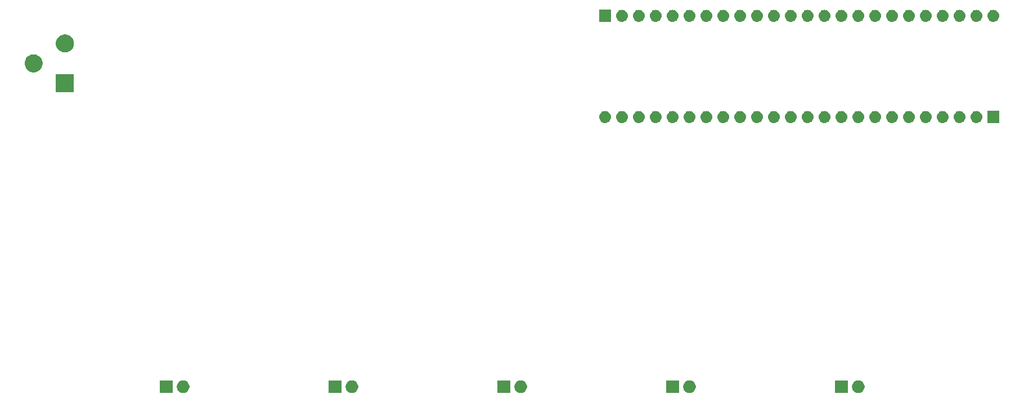
<source format=gbs>
G04 #@! TF.GenerationSoftware,KiCad,Pcbnew,(5.1.2-1)-1*
G04 #@! TF.CreationDate,2019-05-07T23:35:07-07:00*
G04 #@! TF.ProjectId,control_board,636f6e74-726f-46c5-9f62-6f6172642e6b,rev?*
G04 #@! TF.SameCoordinates,Original*
G04 #@! TF.FileFunction,Soldermask,Bot*
G04 #@! TF.FilePolarity,Negative*
%FSLAX46Y46*%
G04 Gerber Fmt 4.6, Leading zero omitted, Abs format (unit mm)*
G04 Created by KiCad (PCBNEW (5.1.2-1)-1) date 2019-05-07 23:35:07*
%MOMM*%
%LPD*%
G04 APERTURE LIST*
%ADD10C,0.100000*%
G04 APERTURE END LIST*
D10*
G36*
X202207395Y-109575546D02*
G01*
X202380466Y-109647234D01*
X202380467Y-109647235D01*
X202536227Y-109751310D01*
X202668690Y-109883773D01*
X202668691Y-109883775D01*
X202772766Y-110039534D01*
X202844454Y-110212605D01*
X202881000Y-110396333D01*
X202881000Y-110583667D01*
X202844454Y-110767395D01*
X202772766Y-110940466D01*
X202772765Y-110940467D01*
X202668690Y-111096227D01*
X202536227Y-111228690D01*
X202457818Y-111281081D01*
X202380466Y-111332766D01*
X202207395Y-111404454D01*
X202023667Y-111441000D01*
X201836333Y-111441000D01*
X201652605Y-111404454D01*
X201479534Y-111332766D01*
X201402182Y-111281081D01*
X201323773Y-111228690D01*
X201191310Y-111096227D01*
X201087235Y-110940467D01*
X201087234Y-110940466D01*
X201015546Y-110767395D01*
X200979000Y-110583667D01*
X200979000Y-110396333D01*
X201015546Y-110212605D01*
X201087234Y-110039534D01*
X201191309Y-109883775D01*
X201191310Y-109883773D01*
X201323773Y-109751310D01*
X201479533Y-109647235D01*
X201479534Y-109647234D01*
X201652605Y-109575546D01*
X201836333Y-109539000D01*
X202023667Y-109539000D01*
X202207395Y-109575546D01*
X202207395Y-109575546D01*
G37*
G36*
X200341000Y-111441000D02*
G01*
X198439000Y-111441000D01*
X198439000Y-109539000D01*
X200341000Y-109539000D01*
X200341000Y-111441000D01*
X200341000Y-111441000D01*
G37*
G36*
X176807395Y-109575546D02*
G01*
X176980466Y-109647234D01*
X176980467Y-109647235D01*
X177136227Y-109751310D01*
X177268690Y-109883773D01*
X177268691Y-109883775D01*
X177372766Y-110039534D01*
X177444454Y-110212605D01*
X177481000Y-110396333D01*
X177481000Y-110583667D01*
X177444454Y-110767395D01*
X177372766Y-110940466D01*
X177372765Y-110940467D01*
X177268690Y-111096227D01*
X177136227Y-111228690D01*
X177057818Y-111281081D01*
X176980466Y-111332766D01*
X176807395Y-111404454D01*
X176623667Y-111441000D01*
X176436333Y-111441000D01*
X176252605Y-111404454D01*
X176079534Y-111332766D01*
X176002182Y-111281081D01*
X175923773Y-111228690D01*
X175791310Y-111096227D01*
X175687235Y-110940467D01*
X175687234Y-110940466D01*
X175615546Y-110767395D01*
X175579000Y-110583667D01*
X175579000Y-110396333D01*
X175615546Y-110212605D01*
X175687234Y-110039534D01*
X175791309Y-109883775D01*
X175791310Y-109883773D01*
X175923773Y-109751310D01*
X176079533Y-109647235D01*
X176079534Y-109647234D01*
X176252605Y-109575546D01*
X176436333Y-109539000D01*
X176623667Y-109539000D01*
X176807395Y-109575546D01*
X176807395Y-109575546D01*
G37*
G36*
X174941000Y-111441000D02*
G01*
X173039000Y-111441000D01*
X173039000Y-109539000D01*
X174941000Y-109539000D01*
X174941000Y-111441000D01*
X174941000Y-111441000D01*
G37*
G36*
X151407395Y-109575546D02*
G01*
X151580466Y-109647234D01*
X151580467Y-109647235D01*
X151736227Y-109751310D01*
X151868690Y-109883773D01*
X151868691Y-109883775D01*
X151972766Y-110039534D01*
X152044454Y-110212605D01*
X152081000Y-110396333D01*
X152081000Y-110583667D01*
X152044454Y-110767395D01*
X151972766Y-110940466D01*
X151972765Y-110940467D01*
X151868690Y-111096227D01*
X151736227Y-111228690D01*
X151657818Y-111281081D01*
X151580466Y-111332766D01*
X151407395Y-111404454D01*
X151223667Y-111441000D01*
X151036333Y-111441000D01*
X150852605Y-111404454D01*
X150679534Y-111332766D01*
X150602182Y-111281081D01*
X150523773Y-111228690D01*
X150391310Y-111096227D01*
X150287235Y-110940467D01*
X150287234Y-110940466D01*
X150215546Y-110767395D01*
X150179000Y-110583667D01*
X150179000Y-110396333D01*
X150215546Y-110212605D01*
X150287234Y-110039534D01*
X150391309Y-109883775D01*
X150391310Y-109883773D01*
X150523773Y-109751310D01*
X150679533Y-109647235D01*
X150679534Y-109647234D01*
X150852605Y-109575546D01*
X151036333Y-109539000D01*
X151223667Y-109539000D01*
X151407395Y-109575546D01*
X151407395Y-109575546D01*
G37*
G36*
X149541000Y-111441000D02*
G01*
X147639000Y-111441000D01*
X147639000Y-109539000D01*
X149541000Y-109539000D01*
X149541000Y-111441000D01*
X149541000Y-111441000D01*
G37*
G36*
X126007395Y-109575546D02*
G01*
X126180466Y-109647234D01*
X126180467Y-109647235D01*
X126336227Y-109751310D01*
X126468690Y-109883773D01*
X126468691Y-109883775D01*
X126572766Y-110039534D01*
X126644454Y-110212605D01*
X126681000Y-110396333D01*
X126681000Y-110583667D01*
X126644454Y-110767395D01*
X126572766Y-110940466D01*
X126572765Y-110940467D01*
X126468690Y-111096227D01*
X126336227Y-111228690D01*
X126257818Y-111281081D01*
X126180466Y-111332766D01*
X126007395Y-111404454D01*
X125823667Y-111441000D01*
X125636333Y-111441000D01*
X125452605Y-111404454D01*
X125279534Y-111332766D01*
X125202182Y-111281081D01*
X125123773Y-111228690D01*
X124991310Y-111096227D01*
X124887235Y-110940467D01*
X124887234Y-110940466D01*
X124815546Y-110767395D01*
X124779000Y-110583667D01*
X124779000Y-110396333D01*
X124815546Y-110212605D01*
X124887234Y-110039534D01*
X124991309Y-109883775D01*
X124991310Y-109883773D01*
X125123773Y-109751310D01*
X125279533Y-109647235D01*
X125279534Y-109647234D01*
X125452605Y-109575546D01*
X125636333Y-109539000D01*
X125823667Y-109539000D01*
X126007395Y-109575546D01*
X126007395Y-109575546D01*
G37*
G36*
X124141000Y-111441000D02*
G01*
X122239000Y-111441000D01*
X122239000Y-109539000D01*
X124141000Y-109539000D01*
X124141000Y-111441000D01*
X124141000Y-111441000D01*
G37*
G36*
X100607395Y-109575546D02*
G01*
X100780466Y-109647234D01*
X100780467Y-109647235D01*
X100936227Y-109751310D01*
X101068690Y-109883773D01*
X101068691Y-109883775D01*
X101172766Y-110039534D01*
X101244454Y-110212605D01*
X101281000Y-110396333D01*
X101281000Y-110583667D01*
X101244454Y-110767395D01*
X101172766Y-110940466D01*
X101172765Y-110940467D01*
X101068690Y-111096227D01*
X100936227Y-111228690D01*
X100857818Y-111281081D01*
X100780466Y-111332766D01*
X100607395Y-111404454D01*
X100423667Y-111441000D01*
X100236333Y-111441000D01*
X100052605Y-111404454D01*
X99879534Y-111332766D01*
X99802182Y-111281081D01*
X99723773Y-111228690D01*
X99591310Y-111096227D01*
X99487235Y-110940467D01*
X99487234Y-110940466D01*
X99415546Y-110767395D01*
X99379000Y-110583667D01*
X99379000Y-110396333D01*
X99415546Y-110212605D01*
X99487234Y-110039534D01*
X99591309Y-109883775D01*
X99591310Y-109883773D01*
X99723773Y-109751310D01*
X99879533Y-109647235D01*
X99879534Y-109647234D01*
X100052605Y-109575546D01*
X100236333Y-109539000D01*
X100423667Y-109539000D01*
X100607395Y-109575546D01*
X100607395Y-109575546D01*
G37*
G36*
X98741000Y-111441000D02*
G01*
X96839000Y-111441000D01*
X96839000Y-109539000D01*
X98741000Y-109539000D01*
X98741000Y-111441000D01*
X98741000Y-111441000D01*
G37*
G36*
X196960443Y-68955519D02*
G01*
X197026627Y-68962037D01*
X197196466Y-69013557D01*
X197352991Y-69097222D01*
X197388729Y-69126552D01*
X197490186Y-69209814D01*
X197573448Y-69311271D01*
X197602778Y-69347009D01*
X197686443Y-69503534D01*
X197737963Y-69673373D01*
X197755359Y-69850000D01*
X197737963Y-70026627D01*
X197686443Y-70196466D01*
X197602778Y-70352991D01*
X197573448Y-70388729D01*
X197490186Y-70490186D01*
X197388729Y-70573448D01*
X197352991Y-70602778D01*
X197196466Y-70686443D01*
X197026627Y-70737963D01*
X196960443Y-70744481D01*
X196894260Y-70751000D01*
X196805740Y-70751000D01*
X196739557Y-70744481D01*
X196673373Y-70737963D01*
X196503534Y-70686443D01*
X196347009Y-70602778D01*
X196311271Y-70573448D01*
X196209814Y-70490186D01*
X196126552Y-70388729D01*
X196097222Y-70352991D01*
X196013557Y-70196466D01*
X195962037Y-70026627D01*
X195944641Y-69850000D01*
X195962037Y-69673373D01*
X196013557Y-69503534D01*
X196097222Y-69347009D01*
X196126552Y-69311271D01*
X196209814Y-69209814D01*
X196311271Y-69126552D01*
X196347009Y-69097222D01*
X196503534Y-69013557D01*
X196673373Y-68962037D01*
X196739557Y-68955519D01*
X196805740Y-68949000D01*
X196894260Y-68949000D01*
X196960443Y-68955519D01*
X196960443Y-68955519D01*
G37*
G36*
X194420443Y-68955519D02*
G01*
X194486627Y-68962037D01*
X194656466Y-69013557D01*
X194812991Y-69097222D01*
X194848729Y-69126552D01*
X194950186Y-69209814D01*
X195033448Y-69311271D01*
X195062778Y-69347009D01*
X195146443Y-69503534D01*
X195197963Y-69673373D01*
X195215359Y-69850000D01*
X195197963Y-70026627D01*
X195146443Y-70196466D01*
X195062778Y-70352991D01*
X195033448Y-70388729D01*
X194950186Y-70490186D01*
X194848729Y-70573448D01*
X194812991Y-70602778D01*
X194656466Y-70686443D01*
X194486627Y-70737963D01*
X194420443Y-70744481D01*
X194354260Y-70751000D01*
X194265740Y-70751000D01*
X194199557Y-70744481D01*
X194133373Y-70737963D01*
X193963534Y-70686443D01*
X193807009Y-70602778D01*
X193771271Y-70573448D01*
X193669814Y-70490186D01*
X193586552Y-70388729D01*
X193557222Y-70352991D01*
X193473557Y-70196466D01*
X193422037Y-70026627D01*
X193404641Y-69850000D01*
X193422037Y-69673373D01*
X193473557Y-69503534D01*
X193557222Y-69347009D01*
X193586552Y-69311271D01*
X193669814Y-69209814D01*
X193771271Y-69126552D01*
X193807009Y-69097222D01*
X193963534Y-69013557D01*
X194133373Y-68962037D01*
X194199557Y-68955519D01*
X194265740Y-68949000D01*
X194354260Y-68949000D01*
X194420443Y-68955519D01*
X194420443Y-68955519D01*
G37*
G36*
X191880443Y-68955519D02*
G01*
X191946627Y-68962037D01*
X192116466Y-69013557D01*
X192272991Y-69097222D01*
X192308729Y-69126552D01*
X192410186Y-69209814D01*
X192493448Y-69311271D01*
X192522778Y-69347009D01*
X192606443Y-69503534D01*
X192657963Y-69673373D01*
X192675359Y-69850000D01*
X192657963Y-70026627D01*
X192606443Y-70196466D01*
X192522778Y-70352991D01*
X192493448Y-70388729D01*
X192410186Y-70490186D01*
X192308729Y-70573448D01*
X192272991Y-70602778D01*
X192116466Y-70686443D01*
X191946627Y-70737963D01*
X191880443Y-70744481D01*
X191814260Y-70751000D01*
X191725740Y-70751000D01*
X191659557Y-70744481D01*
X191593373Y-70737963D01*
X191423534Y-70686443D01*
X191267009Y-70602778D01*
X191231271Y-70573448D01*
X191129814Y-70490186D01*
X191046552Y-70388729D01*
X191017222Y-70352991D01*
X190933557Y-70196466D01*
X190882037Y-70026627D01*
X190864641Y-69850000D01*
X190882037Y-69673373D01*
X190933557Y-69503534D01*
X191017222Y-69347009D01*
X191046552Y-69311271D01*
X191129814Y-69209814D01*
X191231271Y-69126552D01*
X191267009Y-69097222D01*
X191423534Y-69013557D01*
X191593373Y-68962037D01*
X191659557Y-68955519D01*
X191725740Y-68949000D01*
X191814260Y-68949000D01*
X191880443Y-68955519D01*
X191880443Y-68955519D01*
G37*
G36*
X189340443Y-68955519D02*
G01*
X189406627Y-68962037D01*
X189576466Y-69013557D01*
X189732991Y-69097222D01*
X189768729Y-69126552D01*
X189870186Y-69209814D01*
X189953448Y-69311271D01*
X189982778Y-69347009D01*
X190066443Y-69503534D01*
X190117963Y-69673373D01*
X190135359Y-69850000D01*
X190117963Y-70026627D01*
X190066443Y-70196466D01*
X189982778Y-70352991D01*
X189953448Y-70388729D01*
X189870186Y-70490186D01*
X189768729Y-70573448D01*
X189732991Y-70602778D01*
X189576466Y-70686443D01*
X189406627Y-70737963D01*
X189340443Y-70744481D01*
X189274260Y-70751000D01*
X189185740Y-70751000D01*
X189119557Y-70744481D01*
X189053373Y-70737963D01*
X188883534Y-70686443D01*
X188727009Y-70602778D01*
X188691271Y-70573448D01*
X188589814Y-70490186D01*
X188506552Y-70388729D01*
X188477222Y-70352991D01*
X188393557Y-70196466D01*
X188342037Y-70026627D01*
X188324641Y-69850000D01*
X188342037Y-69673373D01*
X188393557Y-69503534D01*
X188477222Y-69347009D01*
X188506552Y-69311271D01*
X188589814Y-69209814D01*
X188691271Y-69126552D01*
X188727009Y-69097222D01*
X188883534Y-69013557D01*
X189053373Y-68962037D01*
X189119557Y-68955519D01*
X189185740Y-68949000D01*
X189274260Y-68949000D01*
X189340443Y-68955519D01*
X189340443Y-68955519D01*
G37*
G36*
X186800443Y-68955519D02*
G01*
X186866627Y-68962037D01*
X187036466Y-69013557D01*
X187192991Y-69097222D01*
X187228729Y-69126552D01*
X187330186Y-69209814D01*
X187413448Y-69311271D01*
X187442778Y-69347009D01*
X187526443Y-69503534D01*
X187577963Y-69673373D01*
X187595359Y-69850000D01*
X187577963Y-70026627D01*
X187526443Y-70196466D01*
X187442778Y-70352991D01*
X187413448Y-70388729D01*
X187330186Y-70490186D01*
X187228729Y-70573448D01*
X187192991Y-70602778D01*
X187036466Y-70686443D01*
X186866627Y-70737963D01*
X186800443Y-70744481D01*
X186734260Y-70751000D01*
X186645740Y-70751000D01*
X186579557Y-70744481D01*
X186513373Y-70737963D01*
X186343534Y-70686443D01*
X186187009Y-70602778D01*
X186151271Y-70573448D01*
X186049814Y-70490186D01*
X185966552Y-70388729D01*
X185937222Y-70352991D01*
X185853557Y-70196466D01*
X185802037Y-70026627D01*
X185784641Y-69850000D01*
X185802037Y-69673373D01*
X185853557Y-69503534D01*
X185937222Y-69347009D01*
X185966552Y-69311271D01*
X186049814Y-69209814D01*
X186151271Y-69126552D01*
X186187009Y-69097222D01*
X186343534Y-69013557D01*
X186513373Y-68962037D01*
X186579557Y-68955519D01*
X186645740Y-68949000D01*
X186734260Y-68949000D01*
X186800443Y-68955519D01*
X186800443Y-68955519D01*
G37*
G36*
X184260443Y-68955519D02*
G01*
X184326627Y-68962037D01*
X184496466Y-69013557D01*
X184652991Y-69097222D01*
X184688729Y-69126552D01*
X184790186Y-69209814D01*
X184873448Y-69311271D01*
X184902778Y-69347009D01*
X184986443Y-69503534D01*
X185037963Y-69673373D01*
X185055359Y-69850000D01*
X185037963Y-70026627D01*
X184986443Y-70196466D01*
X184902778Y-70352991D01*
X184873448Y-70388729D01*
X184790186Y-70490186D01*
X184688729Y-70573448D01*
X184652991Y-70602778D01*
X184496466Y-70686443D01*
X184326627Y-70737963D01*
X184260443Y-70744481D01*
X184194260Y-70751000D01*
X184105740Y-70751000D01*
X184039557Y-70744481D01*
X183973373Y-70737963D01*
X183803534Y-70686443D01*
X183647009Y-70602778D01*
X183611271Y-70573448D01*
X183509814Y-70490186D01*
X183426552Y-70388729D01*
X183397222Y-70352991D01*
X183313557Y-70196466D01*
X183262037Y-70026627D01*
X183244641Y-69850000D01*
X183262037Y-69673373D01*
X183313557Y-69503534D01*
X183397222Y-69347009D01*
X183426552Y-69311271D01*
X183509814Y-69209814D01*
X183611271Y-69126552D01*
X183647009Y-69097222D01*
X183803534Y-69013557D01*
X183973373Y-68962037D01*
X184039557Y-68955519D01*
X184105740Y-68949000D01*
X184194260Y-68949000D01*
X184260443Y-68955519D01*
X184260443Y-68955519D01*
G37*
G36*
X181720443Y-68955519D02*
G01*
X181786627Y-68962037D01*
X181956466Y-69013557D01*
X182112991Y-69097222D01*
X182148729Y-69126552D01*
X182250186Y-69209814D01*
X182333448Y-69311271D01*
X182362778Y-69347009D01*
X182446443Y-69503534D01*
X182497963Y-69673373D01*
X182515359Y-69850000D01*
X182497963Y-70026627D01*
X182446443Y-70196466D01*
X182362778Y-70352991D01*
X182333448Y-70388729D01*
X182250186Y-70490186D01*
X182148729Y-70573448D01*
X182112991Y-70602778D01*
X181956466Y-70686443D01*
X181786627Y-70737963D01*
X181720443Y-70744481D01*
X181654260Y-70751000D01*
X181565740Y-70751000D01*
X181499557Y-70744481D01*
X181433373Y-70737963D01*
X181263534Y-70686443D01*
X181107009Y-70602778D01*
X181071271Y-70573448D01*
X180969814Y-70490186D01*
X180886552Y-70388729D01*
X180857222Y-70352991D01*
X180773557Y-70196466D01*
X180722037Y-70026627D01*
X180704641Y-69850000D01*
X180722037Y-69673373D01*
X180773557Y-69503534D01*
X180857222Y-69347009D01*
X180886552Y-69311271D01*
X180969814Y-69209814D01*
X181071271Y-69126552D01*
X181107009Y-69097222D01*
X181263534Y-69013557D01*
X181433373Y-68962037D01*
X181499557Y-68955519D01*
X181565740Y-68949000D01*
X181654260Y-68949000D01*
X181720443Y-68955519D01*
X181720443Y-68955519D01*
G37*
G36*
X179180443Y-68955519D02*
G01*
X179246627Y-68962037D01*
X179416466Y-69013557D01*
X179572991Y-69097222D01*
X179608729Y-69126552D01*
X179710186Y-69209814D01*
X179793448Y-69311271D01*
X179822778Y-69347009D01*
X179906443Y-69503534D01*
X179957963Y-69673373D01*
X179975359Y-69850000D01*
X179957963Y-70026627D01*
X179906443Y-70196466D01*
X179822778Y-70352991D01*
X179793448Y-70388729D01*
X179710186Y-70490186D01*
X179608729Y-70573448D01*
X179572991Y-70602778D01*
X179416466Y-70686443D01*
X179246627Y-70737963D01*
X179180443Y-70744481D01*
X179114260Y-70751000D01*
X179025740Y-70751000D01*
X178959557Y-70744481D01*
X178893373Y-70737963D01*
X178723534Y-70686443D01*
X178567009Y-70602778D01*
X178531271Y-70573448D01*
X178429814Y-70490186D01*
X178346552Y-70388729D01*
X178317222Y-70352991D01*
X178233557Y-70196466D01*
X178182037Y-70026627D01*
X178164641Y-69850000D01*
X178182037Y-69673373D01*
X178233557Y-69503534D01*
X178317222Y-69347009D01*
X178346552Y-69311271D01*
X178429814Y-69209814D01*
X178531271Y-69126552D01*
X178567009Y-69097222D01*
X178723534Y-69013557D01*
X178893373Y-68962037D01*
X178959557Y-68955519D01*
X179025740Y-68949000D01*
X179114260Y-68949000D01*
X179180443Y-68955519D01*
X179180443Y-68955519D01*
G37*
G36*
X176640443Y-68955519D02*
G01*
X176706627Y-68962037D01*
X176876466Y-69013557D01*
X177032991Y-69097222D01*
X177068729Y-69126552D01*
X177170186Y-69209814D01*
X177253448Y-69311271D01*
X177282778Y-69347009D01*
X177366443Y-69503534D01*
X177417963Y-69673373D01*
X177435359Y-69850000D01*
X177417963Y-70026627D01*
X177366443Y-70196466D01*
X177282778Y-70352991D01*
X177253448Y-70388729D01*
X177170186Y-70490186D01*
X177068729Y-70573448D01*
X177032991Y-70602778D01*
X176876466Y-70686443D01*
X176706627Y-70737963D01*
X176640443Y-70744481D01*
X176574260Y-70751000D01*
X176485740Y-70751000D01*
X176419557Y-70744481D01*
X176353373Y-70737963D01*
X176183534Y-70686443D01*
X176027009Y-70602778D01*
X175991271Y-70573448D01*
X175889814Y-70490186D01*
X175806552Y-70388729D01*
X175777222Y-70352991D01*
X175693557Y-70196466D01*
X175642037Y-70026627D01*
X175624641Y-69850000D01*
X175642037Y-69673373D01*
X175693557Y-69503534D01*
X175777222Y-69347009D01*
X175806552Y-69311271D01*
X175889814Y-69209814D01*
X175991271Y-69126552D01*
X176027009Y-69097222D01*
X176183534Y-69013557D01*
X176353373Y-68962037D01*
X176419557Y-68955519D01*
X176485740Y-68949000D01*
X176574260Y-68949000D01*
X176640443Y-68955519D01*
X176640443Y-68955519D01*
G37*
G36*
X174100443Y-68955519D02*
G01*
X174166627Y-68962037D01*
X174336466Y-69013557D01*
X174492991Y-69097222D01*
X174528729Y-69126552D01*
X174630186Y-69209814D01*
X174713448Y-69311271D01*
X174742778Y-69347009D01*
X174826443Y-69503534D01*
X174877963Y-69673373D01*
X174895359Y-69850000D01*
X174877963Y-70026627D01*
X174826443Y-70196466D01*
X174742778Y-70352991D01*
X174713448Y-70388729D01*
X174630186Y-70490186D01*
X174528729Y-70573448D01*
X174492991Y-70602778D01*
X174336466Y-70686443D01*
X174166627Y-70737963D01*
X174100443Y-70744481D01*
X174034260Y-70751000D01*
X173945740Y-70751000D01*
X173879557Y-70744481D01*
X173813373Y-70737963D01*
X173643534Y-70686443D01*
X173487009Y-70602778D01*
X173451271Y-70573448D01*
X173349814Y-70490186D01*
X173266552Y-70388729D01*
X173237222Y-70352991D01*
X173153557Y-70196466D01*
X173102037Y-70026627D01*
X173084641Y-69850000D01*
X173102037Y-69673373D01*
X173153557Y-69503534D01*
X173237222Y-69347009D01*
X173266552Y-69311271D01*
X173349814Y-69209814D01*
X173451271Y-69126552D01*
X173487009Y-69097222D01*
X173643534Y-69013557D01*
X173813373Y-68962037D01*
X173879557Y-68955519D01*
X173945740Y-68949000D01*
X174034260Y-68949000D01*
X174100443Y-68955519D01*
X174100443Y-68955519D01*
G37*
G36*
X171560443Y-68955519D02*
G01*
X171626627Y-68962037D01*
X171796466Y-69013557D01*
X171952991Y-69097222D01*
X171988729Y-69126552D01*
X172090186Y-69209814D01*
X172173448Y-69311271D01*
X172202778Y-69347009D01*
X172286443Y-69503534D01*
X172337963Y-69673373D01*
X172355359Y-69850000D01*
X172337963Y-70026627D01*
X172286443Y-70196466D01*
X172202778Y-70352991D01*
X172173448Y-70388729D01*
X172090186Y-70490186D01*
X171988729Y-70573448D01*
X171952991Y-70602778D01*
X171796466Y-70686443D01*
X171626627Y-70737963D01*
X171560443Y-70744481D01*
X171494260Y-70751000D01*
X171405740Y-70751000D01*
X171339557Y-70744481D01*
X171273373Y-70737963D01*
X171103534Y-70686443D01*
X170947009Y-70602778D01*
X170911271Y-70573448D01*
X170809814Y-70490186D01*
X170726552Y-70388729D01*
X170697222Y-70352991D01*
X170613557Y-70196466D01*
X170562037Y-70026627D01*
X170544641Y-69850000D01*
X170562037Y-69673373D01*
X170613557Y-69503534D01*
X170697222Y-69347009D01*
X170726552Y-69311271D01*
X170809814Y-69209814D01*
X170911271Y-69126552D01*
X170947009Y-69097222D01*
X171103534Y-69013557D01*
X171273373Y-68962037D01*
X171339557Y-68955519D01*
X171405740Y-68949000D01*
X171494260Y-68949000D01*
X171560443Y-68955519D01*
X171560443Y-68955519D01*
G37*
G36*
X169020443Y-68955519D02*
G01*
X169086627Y-68962037D01*
X169256466Y-69013557D01*
X169412991Y-69097222D01*
X169448729Y-69126552D01*
X169550186Y-69209814D01*
X169633448Y-69311271D01*
X169662778Y-69347009D01*
X169746443Y-69503534D01*
X169797963Y-69673373D01*
X169815359Y-69850000D01*
X169797963Y-70026627D01*
X169746443Y-70196466D01*
X169662778Y-70352991D01*
X169633448Y-70388729D01*
X169550186Y-70490186D01*
X169448729Y-70573448D01*
X169412991Y-70602778D01*
X169256466Y-70686443D01*
X169086627Y-70737963D01*
X169020443Y-70744481D01*
X168954260Y-70751000D01*
X168865740Y-70751000D01*
X168799557Y-70744481D01*
X168733373Y-70737963D01*
X168563534Y-70686443D01*
X168407009Y-70602778D01*
X168371271Y-70573448D01*
X168269814Y-70490186D01*
X168186552Y-70388729D01*
X168157222Y-70352991D01*
X168073557Y-70196466D01*
X168022037Y-70026627D01*
X168004641Y-69850000D01*
X168022037Y-69673373D01*
X168073557Y-69503534D01*
X168157222Y-69347009D01*
X168186552Y-69311271D01*
X168269814Y-69209814D01*
X168371271Y-69126552D01*
X168407009Y-69097222D01*
X168563534Y-69013557D01*
X168733373Y-68962037D01*
X168799557Y-68955519D01*
X168865740Y-68949000D01*
X168954260Y-68949000D01*
X169020443Y-68955519D01*
X169020443Y-68955519D01*
G37*
G36*
X166480443Y-68955519D02*
G01*
X166546627Y-68962037D01*
X166716466Y-69013557D01*
X166872991Y-69097222D01*
X166908729Y-69126552D01*
X167010186Y-69209814D01*
X167093448Y-69311271D01*
X167122778Y-69347009D01*
X167206443Y-69503534D01*
X167257963Y-69673373D01*
X167275359Y-69850000D01*
X167257963Y-70026627D01*
X167206443Y-70196466D01*
X167122778Y-70352991D01*
X167093448Y-70388729D01*
X167010186Y-70490186D01*
X166908729Y-70573448D01*
X166872991Y-70602778D01*
X166716466Y-70686443D01*
X166546627Y-70737963D01*
X166480443Y-70744481D01*
X166414260Y-70751000D01*
X166325740Y-70751000D01*
X166259557Y-70744481D01*
X166193373Y-70737963D01*
X166023534Y-70686443D01*
X165867009Y-70602778D01*
X165831271Y-70573448D01*
X165729814Y-70490186D01*
X165646552Y-70388729D01*
X165617222Y-70352991D01*
X165533557Y-70196466D01*
X165482037Y-70026627D01*
X165464641Y-69850000D01*
X165482037Y-69673373D01*
X165533557Y-69503534D01*
X165617222Y-69347009D01*
X165646552Y-69311271D01*
X165729814Y-69209814D01*
X165831271Y-69126552D01*
X165867009Y-69097222D01*
X166023534Y-69013557D01*
X166193373Y-68962037D01*
X166259557Y-68955519D01*
X166325740Y-68949000D01*
X166414260Y-68949000D01*
X166480443Y-68955519D01*
X166480443Y-68955519D01*
G37*
G36*
X163940443Y-68955519D02*
G01*
X164006627Y-68962037D01*
X164176466Y-69013557D01*
X164332991Y-69097222D01*
X164368729Y-69126552D01*
X164470186Y-69209814D01*
X164553448Y-69311271D01*
X164582778Y-69347009D01*
X164666443Y-69503534D01*
X164717963Y-69673373D01*
X164735359Y-69850000D01*
X164717963Y-70026627D01*
X164666443Y-70196466D01*
X164582778Y-70352991D01*
X164553448Y-70388729D01*
X164470186Y-70490186D01*
X164368729Y-70573448D01*
X164332991Y-70602778D01*
X164176466Y-70686443D01*
X164006627Y-70737963D01*
X163940443Y-70744481D01*
X163874260Y-70751000D01*
X163785740Y-70751000D01*
X163719557Y-70744481D01*
X163653373Y-70737963D01*
X163483534Y-70686443D01*
X163327009Y-70602778D01*
X163291271Y-70573448D01*
X163189814Y-70490186D01*
X163106552Y-70388729D01*
X163077222Y-70352991D01*
X162993557Y-70196466D01*
X162942037Y-70026627D01*
X162924641Y-69850000D01*
X162942037Y-69673373D01*
X162993557Y-69503534D01*
X163077222Y-69347009D01*
X163106552Y-69311271D01*
X163189814Y-69209814D01*
X163291271Y-69126552D01*
X163327009Y-69097222D01*
X163483534Y-69013557D01*
X163653373Y-68962037D01*
X163719557Y-68955519D01*
X163785740Y-68949000D01*
X163874260Y-68949000D01*
X163940443Y-68955519D01*
X163940443Y-68955519D01*
G37*
G36*
X199500443Y-68955519D02*
G01*
X199566627Y-68962037D01*
X199736466Y-69013557D01*
X199892991Y-69097222D01*
X199928729Y-69126552D01*
X200030186Y-69209814D01*
X200113448Y-69311271D01*
X200142778Y-69347009D01*
X200226443Y-69503534D01*
X200277963Y-69673373D01*
X200295359Y-69850000D01*
X200277963Y-70026627D01*
X200226443Y-70196466D01*
X200142778Y-70352991D01*
X200113448Y-70388729D01*
X200030186Y-70490186D01*
X199928729Y-70573448D01*
X199892991Y-70602778D01*
X199736466Y-70686443D01*
X199566627Y-70737963D01*
X199500443Y-70744481D01*
X199434260Y-70751000D01*
X199345740Y-70751000D01*
X199279557Y-70744481D01*
X199213373Y-70737963D01*
X199043534Y-70686443D01*
X198887009Y-70602778D01*
X198851271Y-70573448D01*
X198749814Y-70490186D01*
X198666552Y-70388729D01*
X198637222Y-70352991D01*
X198553557Y-70196466D01*
X198502037Y-70026627D01*
X198484641Y-69850000D01*
X198502037Y-69673373D01*
X198553557Y-69503534D01*
X198637222Y-69347009D01*
X198666552Y-69311271D01*
X198749814Y-69209814D01*
X198851271Y-69126552D01*
X198887009Y-69097222D01*
X199043534Y-69013557D01*
X199213373Y-68962037D01*
X199279557Y-68955519D01*
X199345740Y-68949000D01*
X199434260Y-68949000D01*
X199500443Y-68955519D01*
X199500443Y-68955519D01*
G37*
G36*
X202040443Y-68955519D02*
G01*
X202106627Y-68962037D01*
X202276466Y-69013557D01*
X202432991Y-69097222D01*
X202468729Y-69126552D01*
X202570186Y-69209814D01*
X202653448Y-69311271D01*
X202682778Y-69347009D01*
X202766443Y-69503534D01*
X202817963Y-69673373D01*
X202835359Y-69850000D01*
X202817963Y-70026627D01*
X202766443Y-70196466D01*
X202682778Y-70352991D01*
X202653448Y-70388729D01*
X202570186Y-70490186D01*
X202468729Y-70573448D01*
X202432991Y-70602778D01*
X202276466Y-70686443D01*
X202106627Y-70737963D01*
X202040443Y-70744481D01*
X201974260Y-70751000D01*
X201885740Y-70751000D01*
X201819557Y-70744481D01*
X201753373Y-70737963D01*
X201583534Y-70686443D01*
X201427009Y-70602778D01*
X201391271Y-70573448D01*
X201289814Y-70490186D01*
X201206552Y-70388729D01*
X201177222Y-70352991D01*
X201093557Y-70196466D01*
X201042037Y-70026627D01*
X201024641Y-69850000D01*
X201042037Y-69673373D01*
X201093557Y-69503534D01*
X201177222Y-69347009D01*
X201206552Y-69311271D01*
X201289814Y-69209814D01*
X201391271Y-69126552D01*
X201427009Y-69097222D01*
X201583534Y-69013557D01*
X201753373Y-68962037D01*
X201819557Y-68955519D01*
X201885740Y-68949000D01*
X201974260Y-68949000D01*
X202040443Y-68955519D01*
X202040443Y-68955519D01*
G37*
G36*
X204580443Y-68955519D02*
G01*
X204646627Y-68962037D01*
X204816466Y-69013557D01*
X204972991Y-69097222D01*
X205008729Y-69126552D01*
X205110186Y-69209814D01*
X205193448Y-69311271D01*
X205222778Y-69347009D01*
X205306443Y-69503534D01*
X205357963Y-69673373D01*
X205375359Y-69850000D01*
X205357963Y-70026627D01*
X205306443Y-70196466D01*
X205222778Y-70352991D01*
X205193448Y-70388729D01*
X205110186Y-70490186D01*
X205008729Y-70573448D01*
X204972991Y-70602778D01*
X204816466Y-70686443D01*
X204646627Y-70737963D01*
X204580443Y-70744481D01*
X204514260Y-70751000D01*
X204425740Y-70751000D01*
X204359557Y-70744481D01*
X204293373Y-70737963D01*
X204123534Y-70686443D01*
X203967009Y-70602778D01*
X203931271Y-70573448D01*
X203829814Y-70490186D01*
X203746552Y-70388729D01*
X203717222Y-70352991D01*
X203633557Y-70196466D01*
X203582037Y-70026627D01*
X203564641Y-69850000D01*
X203582037Y-69673373D01*
X203633557Y-69503534D01*
X203717222Y-69347009D01*
X203746552Y-69311271D01*
X203829814Y-69209814D01*
X203931271Y-69126552D01*
X203967009Y-69097222D01*
X204123534Y-69013557D01*
X204293373Y-68962037D01*
X204359557Y-68955519D01*
X204425740Y-68949000D01*
X204514260Y-68949000D01*
X204580443Y-68955519D01*
X204580443Y-68955519D01*
G37*
G36*
X207120443Y-68955519D02*
G01*
X207186627Y-68962037D01*
X207356466Y-69013557D01*
X207512991Y-69097222D01*
X207548729Y-69126552D01*
X207650186Y-69209814D01*
X207733448Y-69311271D01*
X207762778Y-69347009D01*
X207846443Y-69503534D01*
X207897963Y-69673373D01*
X207915359Y-69850000D01*
X207897963Y-70026627D01*
X207846443Y-70196466D01*
X207762778Y-70352991D01*
X207733448Y-70388729D01*
X207650186Y-70490186D01*
X207548729Y-70573448D01*
X207512991Y-70602778D01*
X207356466Y-70686443D01*
X207186627Y-70737963D01*
X207120443Y-70744481D01*
X207054260Y-70751000D01*
X206965740Y-70751000D01*
X206899557Y-70744481D01*
X206833373Y-70737963D01*
X206663534Y-70686443D01*
X206507009Y-70602778D01*
X206471271Y-70573448D01*
X206369814Y-70490186D01*
X206286552Y-70388729D01*
X206257222Y-70352991D01*
X206173557Y-70196466D01*
X206122037Y-70026627D01*
X206104641Y-69850000D01*
X206122037Y-69673373D01*
X206173557Y-69503534D01*
X206257222Y-69347009D01*
X206286552Y-69311271D01*
X206369814Y-69209814D01*
X206471271Y-69126552D01*
X206507009Y-69097222D01*
X206663534Y-69013557D01*
X206833373Y-68962037D01*
X206899557Y-68955519D01*
X206965740Y-68949000D01*
X207054260Y-68949000D01*
X207120443Y-68955519D01*
X207120443Y-68955519D01*
G37*
G36*
X209660443Y-68955519D02*
G01*
X209726627Y-68962037D01*
X209896466Y-69013557D01*
X210052991Y-69097222D01*
X210088729Y-69126552D01*
X210190186Y-69209814D01*
X210273448Y-69311271D01*
X210302778Y-69347009D01*
X210386443Y-69503534D01*
X210437963Y-69673373D01*
X210455359Y-69850000D01*
X210437963Y-70026627D01*
X210386443Y-70196466D01*
X210302778Y-70352991D01*
X210273448Y-70388729D01*
X210190186Y-70490186D01*
X210088729Y-70573448D01*
X210052991Y-70602778D01*
X209896466Y-70686443D01*
X209726627Y-70737963D01*
X209660443Y-70744481D01*
X209594260Y-70751000D01*
X209505740Y-70751000D01*
X209439557Y-70744481D01*
X209373373Y-70737963D01*
X209203534Y-70686443D01*
X209047009Y-70602778D01*
X209011271Y-70573448D01*
X208909814Y-70490186D01*
X208826552Y-70388729D01*
X208797222Y-70352991D01*
X208713557Y-70196466D01*
X208662037Y-70026627D01*
X208644641Y-69850000D01*
X208662037Y-69673373D01*
X208713557Y-69503534D01*
X208797222Y-69347009D01*
X208826552Y-69311271D01*
X208909814Y-69209814D01*
X209011271Y-69126552D01*
X209047009Y-69097222D01*
X209203534Y-69013557D01*
X209373373Y-68962037D01*
X209439557Y-68955519D01*
X209505740Y-68949000D01*
X209594260Y-68949000D01*
X209660443Y-68955519D01*
X209660443Y-68955519D01*
G37*
G36*
X212200443Y-68955519D02*
G01*
X212266627Y-68962037D01*
X212436466Y-69013557D01*
X212592991Y-69097222D01*
X212628729Y-69126552D01*
X212730186Y-69209814D01*
X212813448Y-69311271D01*
X212842778Y-69347009D01*
X212926443Y-69503534D01*
X212977963Y-69673373D01*
X212995359Y-69850000D01*
X212977963Y-70026627D01*
X212926443Y-70196466D01*
X212842778Y-70352991D01*
X212813448Y-70388729D01*
X212730186Y-70490186D01*
X212628729Y-70573448D01*
X212592991Y-70602778D01*
X212436466Y-70686443D01*
X212266627Y-70737963D01*
X212200443Y-70744481D01*
X212134260Y-70751000D01*
X212045740Y-70751000D01*
X211979557Y-70744481D01*
X211913373Y-70737963D01*
X211743534Y-70686443D01*
X211587009Y-70602778D01*
X211551271Y-70573448D01*
X211449814Y-70490186D01*
X211366552Y-70388729D01*
X211337222Y-70352991D01*
X211253557Y-70196466D01*
X211202037Y-70026627D01*
X211184641Y-69850000D01*
X211202037Y-69673373D01*
X211253557Y-69503534D01*
X211337222Y-69347009D01*
X211366552Y-69311271D01*
X211449814Y-69209814D01*
X211551271Y-69126552D01*
X211587009Y-69097222D01*
X211743534Y-69013557D01*
X211913373Y-68962037D01*
X211979557Y-68955519D01*
X212045740Y-68949000D01*
X212134260Y-68949000D01*
X212200443Y-68955519D01*
X212200443Y-68955519D01*
G37*
G36*
X214740443Y-68955519D02*
G01*
X214806627Y-68962037D01*
X214976466Y-69013557D01*
X215132991Y-69097222D01*
X215168729Y-69126552D01*
X215270186Y-69209814D01*
X215353448Y-69311271D01*
X215382778Y-69347009D01*
X215466443Y-69503534D01*
X215517963Y-69673373D01*
X215535359Y-69850000D01*
X215517963Y-70026627D01*
X215466443Y-70196466D01*
X215382778Y-70352991D01*
X215353448Y-70388729D01*
X215270186Y-70490186D01*
X215168729Y-70573448D01*
X215132991Y-70602778D01*
X214976466Y-70686443D01*
X214806627Y-70737963D01*
X214740443Y-70744481D01*
X214674260Y-70751000D01*
X214585740Y-70751000D01*
X214519557Y-70744481D01*
X214453373Y-70737963D01*
X214283534Y-70686443D01*
X214127009Y-70602778D01*
X214091271Y-70573448D01*
X213989814Y-70490186D01*
X213906552Y-70388729D01*
X213877222Y-70352991D01*
X213793557Y-70196466D01*
X213742037Y-70026627D01*
X213724641Y-69850000D01*
X213742037Y-69673373D01*
X213793557Y-69503534D01*
X213877222Y-69347009D01*
X213906552Y-69311271D01*
X213989814Y-69209814D01*
X214091271Y-69126552D01*
X214127009Y-69097222D01*
X214283534Y-69013557D01*
X214453373Y-68962037D01*
X214519557Y-68955519D01*
X214585740Y-68949000D01*
X214674260Y-68949000D01*
X214740443Y-68955519D01*
X214740443Y-68955519D01*
G37*
G36*
X217280443Y-68955519D02*
G01*
X217346627Y-68962037D01*
X217516466Y-69013557D01*
X217672991Y-69097222D01*
X217708729Y-69126552D01*
X217810186Y-69209814D01*
X217893448Y-69311271D01*
X217922778Y-69347009D01*
X218006443Y-69503534D01*
X218057963Y-69673373D01*
X218075359Y-69850000D01*
X218057963Y-70026627D01*
X218006443Y-70196466D01*
X217922778Y-70352991D01*
X217893448Y-70388729D01*
X217810186Y-70490186D01*
X217708729Y-70573448D01*
X217672991Y-70602778D01*
X217516466Y-70686443D01*
X217346627Y-70737963D01*
X217280443Y-70744481D01*
X217214260Y-70751000D01*
X217125740Y-70751000D01*
X217059557Y-70744481D01*
X216993373Y-70737963D01*
X216823534Y-70686443D01*
X216667009Y-70602778D01*
X216631271Y-70573448D01*
X216529814Y-70490186D01*
X216446552Y-70388729D01*
X216417222Y-70352991D01*
X216333557Y-70196466D01*
X216282037Y-70026627D01*
X216264641Y-69850000D01*
X216282037Y-69673373D01*
X216333557Y-69503534D01*
X216417222Y-69347009D01*
X216446552Y-69311271D01*
X216529814Y-69209814D01*
X216631271Y-69126552D01*
X216667009Y-69097222D01*
X216823534Y-69013557D01*
X216993373Y-68962037D01*
X217059557Y-68955519D01*
X217125740Y-68949000D01*
X217214260Y-68949000D01*
X217280443Y-68955519D01*
X217280443Y-68955519D01*
G37*
G36*
X219820443Y-68955519D02*
G01*
X219886627Y-68962037D01*
X220056466Y-69013557D01*
X220212991Y-69097222D01*
X220248729Y-69126552D01*
X220350186Y-69209814D01*
X220433448Y-69311271D01*
X220462778Y-69347009D01*
X220546443Y-69503534D01*
X220597963Y-69673373D01*
X220615359Y-69850000D01*
X220597963Y-70026627D01*
X220546443Y-70196466D01*
X220462778Y-70352991D01*
X220433448Y-70388729D01*
X220350186Y-70490186D01*
X220248729Y-70573448D01*
X220212991Y-70602778D01*
X220056466Y-70686443D01*
X219886627Y-70737963D01*
X219820443Y-70744481D01*
X219754260Y-70751000D01*
X219665740Y-70751000D01*
X219599557Y-70744481D01*
X219533373Y-70737963D01*
X219363534Y-70686443D01*
X219207009Y-70602778D01*
X219171271Y-70573448D01*
X219069814Y-70490186D01*
X218986552Y-70388729D01*
X218957222Y-70352991D01*
X218873557Y-70196466D01*
X218822037Y-70026627D01*
X218804641Y-69850000D01*
X218822037Y-69673373D01*
X218873557Y-69503534D01*
X218957222Y-69347009D01*
X218986552Y-69311271D01*
X219069814Y-69209814D01*
X219171271Y-69126552D01*
X219207009Y-69097222D01*
X219363534Y-69013557D01*
X219533373Y-68962037D01*
X219599557Y-68955519D01*
X219665740Y-68949000D01*
X219754260Y-68949000D01*
X219820443Y-68955519D01*
X219820443Y-68955519D01*
G37*
G36*
X223151000Y-70751000D02*
G01*
X221349000Y-70751000D01*
X221349000Y-68949000D01*
X223151000Y-68949000D01*
X223151000Y-70751000D01*
X223151000Y-70751000D01*
G37*
G36*
X83901000Y-66121000D02*
G01*
X81199000Y-66121000D01*
X81199000Y-63419000D01*
X83901000Y-63419000D01*
X83901000Y-66121000D01*
X83901000Y-66121000D01*
G37*
G36*
X78244072Y-60470918D02*
G01*
X78489939Y-60572759D01*
X78711212Y-60720610D01*
X78899390Y-60908788D01*
X79047241Y-61130061D01*
X79149082Y-61375928D01*
X79201000Y-61636938D01*
X79201000Y-61903062D01*
X79149082Y-62164072D01*
X79047241Y-62409939D01*
X78899390Y-62631212D01*
X78711212Y-62819390D01*
X78489939Y-62967241D01*
X78489938Y-62967242D01*
X78489937Y-62967242D01*
X78244072Y-63069082D01*
X77983063Y-63121000D01*
X77716937Y-63121000D01*
X77455928Y-63069082D01*
X77210063Y-62967242D01*
X77210062Y-62967242D01*
X77210061Y-62967241D01*
X76988788Y-62819390D01*
X76800610Y-62631212D01*
X76652759Y-62409939D01*
X76550918Y-62164072D01*
X76499000Y-61903062D01*
X76499000Y-61636938D01*
X76550918Y-61375928D01*
X76652759Y-61130061D01*
X76800610Y-60908788D01*
X76988788Y-60720610D01*
X77210061Y-60572759D01*
X77455928Y-60470918D01*
X77716937Y-60419000D01*
X77983063Y-60419000D01*
X78244072Y-60470918D01*
X78244072Y-60470918D01*
G37*
G36*
X82944072Y-57470918D02*
G01*
X83189939Y-57572759D01*
X83411212Y-57720610D01*
X83599390Y-57908788D01*
X83747241Y-58130061D01*
X83849082Y-58375928D01*
X83901000Y-58636938D01*
X83901000Y-58903062D01*
X83849082Y-59164072D01*
X83747241Y-59409939D01*
X83599390Y-59631212D01*
X83411212Y-59819390D01*
X83189939Y-59967241D01*
X83189938Y-59967242D01*
X83189937Y-59967242D01*
X82944072Y-60069082D01*
X82683063Y-60121000D01*
X82416937Y-60121000D01*
X82155928Y-60069082D01*
X81910063Y-59967242D01*
X81910062Y-59967242D01*
X81910061Y-59967241D01*
X81688788Y-59819390D01*
X81500610Y-59631212D01*
X81352759Y-59409939D01*
X81250918Y-59164072D01*
X81199000Y-58903062D01*
X81199000Y-58636938D01*
X81250918Y-58375928D01*
X81352759Y-58130061D01*
X81500610Y-57908788D01*
X81688788Y-57720610D01*
X81910061Y-57572759D01*
X82155928Y-57470918D01*
X82416937Y-57419000D01*
X82683063Y-57419000D01*
X82944072Y-57470918D01*
X82944072Y-57470918D01*
G37*
G36*
X222360442Y-53715518D02*
G01*
X222426627Y-53722037D01*
X222596466Y-53773557D01*
X222752991Y-53857222D01*
X222788729Y-53886552D01*
X222890186Y-53969814D01*
X222973448Y-54071271D01*
X223002778Y-54107009D01*
X223086443Y-54263534D01*
X223137963Y-54433373D01*
X223155359Y-54610000D01*
X223137963Y-54786627D01*
X223086443Y-54956466D01*
X223002778Y-55112991D01*
X222973448Y-55148729D01*
X222890186Y-55250186D01*
X222788729Y-55333448D01*
X222752991Y-55362778D01*
X222596466Y-55446443D01*
X222426627Y-55497963D01*
X222360442Y-55504482D01*
X222294260Y-55511000D01*
X222205740Y-55511000D01*
X222139558Y-55504482D01*
X222073373Y-55497963D01*
X221903534Y-55446443D01*
X221747009Y-55362778D01*
X221711271Y-55333448D01*
X221609814Y-55250186D01*
X221526552Y-55148729D01*
X221497222Y-55112991D01*
X221413557Y-54956466D01*
X221362037Y-54786627D01*
X221344641Y-54610000D01*
X221362037Y-54433373D01*
X221413557Y-54263534D01*
X221497222Y-54107009D01*
X221526552Y-54071271D01*
X221609814Y-53969814D01*
X221711271Y-53886552D01*
X221747009Y-53857222D01*
X221903534Y-53773557D01*
X222073373Y-53722037D01*
X222139558Y-53715518D01*
X222205740Y-53709000D01*
X222294260Y-53709000D01*
X222360442Y-53715518D01*
X222360442Y-53715518D01*
G37*
G36*
X219820442Y-53715518D02*
G01*
X219886627Y-53722037D01*
X220056466Y-53773557D01*
X220212991Y-53857222D01*
X220248729Y-53886552D01*
X220350186Y-53969814D01*
X220433448Y-54071271D01*
X220462778Y-54107009D01*
X220546443Y-54263534D01*
X220597963Y-54433373D01*
X220615359Y-54610000D01*
X220597963Y-54786627D01*
X220546443Y-54956466D01*
X220462778Y-55112991D01*
X220433448Y-55148729D01*
X220350186Y-55250186D01*
X220248729Y-55333448D01*
X220212991Y-55362778D01*
X220056466Y-55446443D01*
X219886627Y-55497963D01*
X219820442Y-55504482D01*
X219754260Y-55511000D01*
X219665740Y-55511000D01*
X219599558Y-55504482D01*
X219533373Y-55497963D01*
X219363534Y-55446443D01*
X219207009Y-55362778D01*
X219171271Y-55333448D01*
X219069814Y-55250186D01*
X218986552Y-55148729D01*
X218957222Y-55112991D01*
X218873557Y-54956466D01*
X218822037Y-54786627D01*
X218804641Y-54610000D01*
X218822037Y-54433373D01*
X218873557Y-54263534D01*
X218957222Y-54107009D01*
X218986552Y-54071271D01*
X219069814Y-53969814D01*
X219171271Y-53886552D01*
X219207009Y-53857222D01*
X219363534Y-53773557D01*
X219533373Y-53722037D01*
X219599558Y-53715518D01*
X219665740Y-53709000D01*
X219754260Y-53709000D01*
X219820442Y-53715518D01*
X219820442Y-53715518D01*
G37*
G36*
X217280442Y-53715518D02*
G01*
X217346627Y-53722037D01*
X217516466Y-53773557D01*
X217672991Y-53857222D01*
X217708729Y-53886552D01*
X217810186Y-53969814D01*
X217893448Y-54071271D01*
X217922778Y-54107009D01*
X218006443Y-54263534D01*
X218057963Y-54433373D01*
X218075359Y-54610000D01*
X218057963Y-54786627D01*
X218006443Y-54956466D01*
X217922778Y-55112991D01*
X217893448Y-55148729D01*
X217810186Y-55250186D01*
X217708729Y-55333448D01*
X217672991Y-55362778D01*
X217516466Y-55446443D01*
X217346627Y-55497963D01*
X217280442Y-55504482D01*
X217214260Y-55511000D01*
X217125740Y-55511000D01*
X217059558Y-55504482D01*
X216993373Y-55497963D01*
X216823534Y-55446443D01*
X216667009Y-55362778D01*
X216631271Y-55333448D01*
X216529814Y-55250186D01*
X216446552Y-55148729D01*
X216417222Y-55112991D01*
X216333557Y-54956466D01*
X216282037Y-54786627D01*
X216264641Y-54610000D01*
X216282037Y-54433373D01*
X216333557Y-54263534D01*
X216417222Y-54107009D01*
X216446552Y-54071271D01*
X216529814Y-53969814D01*
X216631271Y-53886552D01*
X216667009Y-53857222D01*
X216823534Y-53773557D01*
X216993373Y-53722037D01*
X217059558Y-53715518D01*
X217125740Y-53709000D01*
X217214260Y-53709000D01*
X217280442Y-53715518D01*
X217280442Y-53715518D01*
G37*
G36*
X214740442Y-53715518D02*
G01*
X214806627Y-53722037D01*
X214976466Y-53773557D01*
X215132991Y-53857222D01*
X215168729Y-53886552D01*
X215270186Y-53969814D01*
X215353448Y-54071271D01*
X215382778Y-54107009D01*
X215466443Y-54263534D01*
X215517963Y-54433373D01*
X215535359Y-54610000D01*
X215517963Y-54786627D01*
X215466443Y-54956466D01*
X215382778Y-55112991D01*
X215353448Y-55148729D01*
X215270186Y-55250186D01*
X215168729Y-55333448D01*
X215132991Y-55362778D01*
X214976466Y-55446443D01*
X214806627Y-55497963D01*
X214740442Y-55504482D01*
X214674260Y-55511000D01*
X214585740Y-55511000D01*
X214519558Y-55504482D01*
X214453373Y-55497963D01*
X214283534Y-55446443D01*
X214127009Y-55362778D01*
X214091271Y-55333448D01*
X213989814Y-55250186D01*
X213906552Y-55148729D01*
X213877222Y-55112991D01*
X213793557Y-54956466D01*
X213742037Y-54786627D01*
X213724641Y-54610000D01*
X213742037Y-54433373D01*
X213793557Y-54263534D01*
X213877222Y-54107009D01*
X213906552Y-54071271D01*
X213989814Y-53969814D01*
X214091271Y-53886552D01*
X214127009Y-53857222D01*
X214283534Y-53773557D01*
X214453373Y-53722037D01*
X214519558Y-53715518D01*
X214585740Y-53709000D01*
X214674260Y-53709000D01*
X214740442Y-53715518D01*
X214740442Y-53715518D01*
G37*
G36*
X212200442Y-53715518D02*
G01*
X212266627Y-53722037D01*
X212436466Y-53773557D01*
X212592991Y-53857222D01*
X212628729Y-53886552D01*
X212730186Y-53969814D01*
X212813448Y-54071271D01*
X212842778Y-54107009D01*
X212926443Y-54263534D01*
X212977963Y-54433373D01*
X212995359Y-54610000D01*
X212977963Y-54786627D01*
X212926443Y-54956466D01*
X212842778Y-55112991D01*
X212813448Y-55148729D01*
X212730186Y-55250186D01*
X212628729Y-55333448D01*
X212592991Y-55362778D01*
X212436466Y-55446443D01*
X212266627Y-55497963D01*
X212200442Y-55504482D01*
X212134260Y-55511000D01*
X212045740Y-55511000D01*
X211979558Y-55504482D01*
X211913373Y-55497963D01*
X211743534Y-55446443D01*
X211587009Y-55362778D01*
X211551271Y-55333448D01*
X211449814Y-55250186D01*
X211366552Y-55148729D01*
X211337222Y-55112991D01*
X211253557Y-54956466D01*
X211202037Y-54786627D01*
X211184641Y-54610000D01*
X211202037Y-54433373D01*
X211253557Y-54263534D01*
X211337222Y-54107009D01*
X211366552Y-54071271D01*
X211449814Y-53969814D01*
X211551271Y-53886552D01*
X211587009Y-53857222D01*
X211743534Y-53773557D01*
X211913373Y-53722037D01*
X211979558Y-53715518D01*
X212045740Y-53709000D01*
X212134260Y-53709000D01*
X212200442Y-53715518D01*
X212200442Y-53715518D01*
G37*
G36*
X209660442Y-53715518D02*
G01*
X209726627Y-53722037D01*
X209896466Y-53773557D01*
X210052991Y-53857222D01*
X210088729Y-53886552D01*
X210190186Y-53969814D01*
X210273448Y-54071271D01*
X210302778Y-54107009D01*
X210386443Y-54263534D01*
X210437963Y-54433373D01*
X210455359Y-54610000D01*
X210437963Y-54786627D01*
X210386443Y-54956466D01*
X210302778Y-55112991D01*
X210273448Y-55148729D01*
X210190186Y-55250186D01*
X210088729Y-55333448D01*
X210052991Y-55362778D01*
X209896466Y-55446443D01*
X209726627Y-55497963D01*
X209660442Y-55504482D01*
X209594260Y-55511000D01*
X209505740Y-55511000D01*
X209439558Y-55504482D01*
X209373373Y-55497963D01*
X209203534Y-55446443D01*
X209047009Y-55362778D01*
X209011271Y-55333448D01*
X208909814Y-55250186D01*
X208826552Y-55148729D01*
X208797222Y-55112991D01*
X208713557Y-54956466D01*
X208662037Y-54786627D01*
X208644641Y-54610000D01*
X208662037Y-54433373D01*
X208713557Y-54263534D01*
X208797222Y-54107009D01*
X208826552Y-54071271D01*
X208909814Y-53969814D01*
X209011271Y-53886552D01*
X209047009Y-53857222D01*
X209203534Y-53773557D01*
X209373373Y-53722037D01*
X209439558Y-53715518D01*
X209505740Y-53709000D01*
X209594260Y-53709000D01*
X209660442Y-53715518D01*
X209660442Y-53715518D01*
G37*
G36*
X207120442Y-53715518D02*
G01*
X207186627Y-53722037D01*
X207356466Y-53773557D01*
X207512991Y-53857222D01*
X207548729Y-53886552D01*
X207650186Y-53969814D01*
X207733448Y-54071271D01*
X207762778Y-54107009D01*
X207846443Y-54263534D01*
X207897963Y-54433373D01*
X207915359Y-54610000D01*
X207897963Y-54786627D01*
X207846443Y-54956466D01*
X207762778Y-55112991D01*
X207733448Y-55148729D01*
X207650186Y-55250186D01*
X207548729Y-55333448D01*
X207512991Y-55362778D01*
X207356466Y-55446443D01*
X207186627Y-55497963D01*
X207120442Y-55504482D01*
X207054260Y-55511000D01*
X206965740Y-55511000D01*
X206899558Y-55504482D01*
X206833373Y-55497963D01*
X206663534Y-55446443D01*
X206507009Y-55362778D01*
X206471271Y-55333448D01*
X206369814Y-55250186D01*
X206286552Y-55148729D01*
X206257222Y-55112991D01*
X206173557Y-54956466D01*
X206122037Y-54786627D01*
X206104641Y-54610000D01*
X206122037Y-54433373D01*
X206173557Y-54263534D01*
X206257222Y-54107009D01*
X206286552Y-54071271D01*
X206369814Y-53969814D01*
X206471271Y-53886552D01*
X206507009Y-53857222D01*
X206663534Y-53773557D01*
X206833373Y-53722037D01*
X206899558Y-53715518D01*
X206965740Y-53709000D01*
X207054260Y-53709000D01*
X207120442Y-53715518D01*
X207120442Y-53715518D01*
G37*
G36*
X204580442Y-53715518D02*
G01*
X204646627Y-53722037D01*
X204816466Y-53773557D01*
X204972991Y-53857222D01*
X205008729Y-53886552D01*
X205110186Y-53969814D01*
X205193448Y-54071271D01*
X205222778Y-54107009D01*
X205306443Y-54263534D01*
X205357963Y-54433373D01*
X205375359Y-54610000D01*
X205357963Y-54786627D01*
X205306443Y-54956466D01*
X205222778Y-55112991D01*
X205193448Y-55148729D01*
X205110186Y-55250186D01*
X205008729Y-55333448D01*
X204972991Y-55362778D01*
X204816466Y-55446443D01*
X204646627Y-55497963D01*
X204580442Y-55504482D01*
X204514260Y-55511000D01*
X204425740Y-55511000D01*
X204359558Y-55504482D01*
X204293373Y-55497963D01*
X204123534Y-55446443D01*
X203967009Y-55362778D01*
X203931271Y-55333448D01*
X203829814Y-55250186D01*
X203746552Y-55148729D01*
X203717222Y-55112991D01*
X203633557Y-54956466D01*
X203582037Y-54786627D01*
X203564641Y-54610000D01*
X203582037Y-54433373D01*
X203633557Y-54263534D01*
X203717222Y-54107009D01*
X203746552Y-54071271D01*
X203829814Y-53969814D01*
X203931271Y-53886552D01*
X203967009Y-53857222D01*
X204123534Y-53773557D01*
X204293373Y-53722037D01*
X204359558Y-53715518D01*
X204425740Y-53709000D01*
X204514260Y-53709000D01*
X204580442Y-53715518D01*
X204580442Y-53715518D01*
G37*
G36*
X202040442Y-53715518D02*
G01*
X202106627Y-53722037D01*
X202276466Y-53773557D01*
X202432991Y-53857222D01*
X202468729Y-53886552D01*
X202570186Y-53969814D01*
X202653448Y-54071271D01*
X202682778Y-54107009D01*
X202766443Y-54263534D01*
X202817963Y-54433373D01*
X202835359Y-54610000D01*
X202817963Y-54786627D01*
X202766443Y-54956466D01*
X202682778Y-55112991D01*
X202653448Y-55148729D01*
X202570186Y-55250186D01*
X202468729Y-55333448D01*
X202432991Y-55362778D01*
X202276466Y-55446443D01*
X202106627Y-55497963D01*
X202040442Y-55504482D01*
X201974260Y-55511000D01*
X201885740Y-55511000D01*
X201819558Y-55504482D01*
X201753373Y-55497963D01*
X201583534Y-55446443D01*
X201427009Y-55362778D01*
X201391271Y-55333448D01*
X201289814Y-55250186D01*
X201206552Y-55148729D01*
X201177222Y-55112991D01*
X201093557Y-54956466D01*
X201042037Y-54786627D01*
X201024641Y-54610000D01*
X201042037Y-54433373D01*
X201093557Y-54263534D01*
X201177222Y-54107009D01*
X201206552Y-54071271D01*
X201289814Y-53969814D01*
X201391271Y-53886552D01*
X201427009Y-53857222D01*
X201583534Y-53773557D01*
X201753373Y-53722037D01*
X201819558Y-53715518D01*
X201885740Y-53709000D01*
X201974260Y-53709000D01*
X202040442Y-53715518D01*
X202040442Y-53715518D01*
G37*
G36*
X199500442Y-53715518D02*
G01*
X199566627Y-53722037D01*
X199736466Y-53773557D01*
X199892991Y-53857222D01*
X199928729Y-53886552D01*
X200030186Y-53969814D01*
X200113448Y-54071271D01*
X200142778Y-54107009D01*
X200226443Y-54263534D01*
X200277963Y-54433373D01*
X200295359Y-54610000D01*
X200277963Y-54786627D01*
X200226443Y-54956466D01*
X200142778Y-55112991D01*
X200113448Y-55148729D01*
X200030186Y-55250186D01*
X199928729Y-55333448D01*
X199892991Y-55362778D01*
X199736466Y-55446443D01*
X199566627Y-55497963D01*
X199500442Y-55504482D01*
X199434260Y-55511000D01*
X199345740Y-55511000D01*
X199279558Y-55504482D01*
X199213373Y-55497963D01*
X199043534Y-55446443D01*
X198887009Y-55362778D01*
X198851271Y-55333448D01*
X198749814Y-55250186D01*
X198666552Y-55148729D01*
X198637222Y-55112991D01*
X198553557Y-54956466D01*
X198502037Y-54786627D01*
X198484641Y-54610000D01*
X198502037Y-54433373D01*
X198553557Y-54263534D01*
X198637222Y-54107009D01*
X198666552Y-54071271D01*
X198749814Y-53969814D01*
X198851271Y-53886552D01*
X198887009Y-53857222D01*
X199043534Y-53773557D01*
X199213373Y-53722037D01*
X199279558Y-53715518D01*
X199345740Y-53709000D01*
X199434260Y-53709000D01*
X199500442Y-53715518D01*
X199500442Y-53715518D01*
G37*
G36*
X196960442Y-53715518D02*
G01*
X197026627Y-53722037D01*
X197196466Y-53773557D01*
X197352991Y-53857222D01*
X197388729Y-53886552D01*
X197490186Y-53969814D01*
X197573448Y-54071271D01*
X197602778Y-54107009D01*
X197686443Y-54263534D01*
X197737963Y-54433373D01*
X197755359Y-54610000D01*
X197737963Y-54786627D01*
X197686443Y-54956466D01*
X197602778Y-55112991D01*
X197573448Y-55148729D01*
X197490186Y-55250186D01*
X197388729Y-55333448D01*
X197352991Y-55362778D01*
X197196466Y-55446443D01*
X197026627Y-55497963D01*
X196960442Y-55504482D01*
X196894260Y-55511000D01*
X196805740Y-55511000D01*
X196739558Y-55504482D01*
X196673373Y-55497963D01*
X196503534Y-55446443D01*
X196347009Y-55362778D01*
X196311271Y-55333448D01*
X196209814Y-55250186D01*
X196126552Y-55148729D01*
X196097222Y-55112991D01*
X196013557Y-54956466D01*
X195962037Y-54786627D01*
X195944641Y-54610000D01*
X195962037Y-54433373D01*
X196013557Y-54263534D01*
X196097222Y-54107009D01*
X196126552Y-54071271D01*
X196209814Y-53969814D01*
X196311271Y-53886552D01*
X196347009Y-53857222D01*
X196503534Y-53773557D01*
X196673373Y-53722037D01*
X196739558Y-53715518D01*
X196805740Y-53709000D01*
X196894260Y-53709000D01*
X196960442Y-53715518D01*
X196960442Y-53715518D01*
G37*
G36*
X194420442Y-53715518D02*
G01*
X194486627Y-53722037D01*
X194656466Y-53773557D01*
X194812991Y-53857222D01*
X194848729Y-53886552D01*
X194950186Y-53969814D01*
X195033448Y-54071271D01*
X195062778Y-54107009D01*
X195146443Y-54263534D01*
X195197963Y-54433373D01*
X195215359Y-54610000D01*
X195197963Y-54786627D01*
X195146443Y-54956466D01*
X195062778Y-55112991D01*
X195033448Y-55148729D01*
X194950186Y-55250186D01*
X194848729Y-55333448D01*
X194812991Y-55362778D01*
X194656466Y-55446443D01*
X194486627Y-55497963D01*
X194420442Y-55504482D01*
X194354260Y-55511000D01*
X194265740Y-55511000D01*
X194199558Y-55504482D01*
X194133373Y-55497963D01*
X193963534Y-55446443D01*
X193807009Y-55362778D01*
X193771271Y-55333448D01*
X193669814Y-55250186D01*
X193586552Y-55148729D01*
X193557222Y-55112991D01*
X193473557Y-54956466D01*
X193422037Y-54786627D01*
X193404641Y-54610000D01*
X193422037Y-54433373D01*
X193473557Y-54263534D01*
X193557222Y-54107009D01*
X193586552Y-54071271D01*
X193669814Y-53969814D01*
X193771271Y-53886552D01*
X193807009Y-53857222D01*
X193963534Y-53773557D01*
X194133373Y-53722037D01*
X194199558Y-53715518D01*
X194265740Y-53709000D01*
X194354260Y-53709000D01*
X194420442Y-53715518D01*
X194420442Y-53715518D01*
G37*
G36*
X191880442Y-53715518D02*
G01*
X191946627Y-53722037D01*
X192116466Y-53773557D01*
X192272991Y-53857222D01*
X192308729Y-53886552D01*
X192410186Y-53969814D01*
X192493448Y-54071271D01*
X192522778Y-54107009D01*
X192606443Y-54263534D01*
X192657963Y-54433373D01*
X192675359Y-54610000D01*
X192657963Y-54786627D01*
X192606443Y-54956466D01*
X192522778Y-55112991D01*
X192493448Y-55148729D01*
X192410186Y-55250186D01*
X192308729Y-55333448D01*
X192272991Y-55362778D01*
X192116466Y-55446443D01*
X191946627Y-55497963D01*
X191880442Y-55504482D01*
X191814260Y-55511000D01*
X191725740Y-55511000D01*
X191659558Y-55504482D01*
X191593373Y-55497963D01*
X191423534Y-55446443D01*
X191267009Y-55362778D01*
X191231271Y-55333448D01*
X191129814Y-55250186D01*
X191046552Y-55148729D01*
X191017222Y-55112991D01*
X190933557Y-54956466D01*
X190882037Y-54786627D01*
X190864641Y-54610000D01*
X190882037Y-54433373D01*
X190933557Y-54263534D01*
X191017222Y-54107009D01*
X191046552Y-54071271D01*
X191129814Y-53969814D01*
X191231271Y-53886552D01*
X191267009Y-53857222D01*
X191423534Y-53773557D01*
X191593373Y-53722037D01*
X191659558Y-53715518D01*
X191725740Y-53709000D01*
X191814260Y-53709000D01*
X191880442Y-53715518D01*
X191880442Y-53715518D01*
G37*
G36*
X189340442Y-53715518D02*
G01*
X189406627Y-53722037D01*
X189576466Y-53773557D01*
X189732991Y-53857222D01*
X189768729Y-53886552D01*
X189870186Y-53969814D01*
X189953448Y-54071271D01*
X189982778Y-54107009D01*
X190066443Y-54263534D01*
X190117963Y-54433373D01*
X190135359Y-54610000D01*
X190117963Y-54786627D01*
X190066443Y-54956466D01*
X189982778Y-55112991D01*
X189953448Y-55148729D01*
X189870186Y-55250186D01*
X189768729Y-55333448D01*
X189732991Y-55362778D01*
X189576466Y-55446443D01*
X189406627Y-55497963D01*
X189340442Y-55504482D01*
X189274260Y-55511000D01*
X189185740Y-55511000D01*
X189119558Y-55504482D01*
X189053373Y-55497963D01*
X188883534Y-55446443D01*
X188727009Y-55362778D01*
X188691271Y-55333448D01*
X188589814Y-55250186D01*
X188506552Y-55148729D01*
X188477222Y-55112991D01*
X188393557Y-54956466D01*
X188342037Y-54786627D01*
X188324641Y-54610000D01*
X188342037Y-54433373D01*
X188393557Y-54263534D01*
X188477222Y-54107009D01*
X188506552Y-54071271D01*
X188589814Y-53969814D01*
X188691271Y-53886552D01*
X188727009Y-53857222D01*
X188883534Y-53773557D01*
X189053373Y-53722037D01*
X189119558Y-53715518D01*
X189185740Y-53709000D01*
X189274260Y-53709000D01*
X189340442Y-53715518D01*
X189340442Y-53715518D01*
G37*
G36*
X186800442Y-53715518D02*
G01*
X186866627Y-53722037D01*
X187036466Y-53773557D01*
X187192991Y-53857222D01*
X187228729Y-53886552D01*
X187330186Y-53969814D01*
X187413448Y-54071271D01*
X187442778Y-54107009D01*
X187526443Y-54263534D01*
X187577963Y-54433373D01*
X187595359Y-54610000D01*
X187577963Y-54786627D01*
X187526443Y-54956466D01*
X187442778Y-55112991D01*
X187413448Y-55148729D01*
X187330186Y-55250186D01*
X187228729Y-55333448D01*
X187192991Y-55362778D01*
X187036466Y-55446443D01*
X186866627Y-55497963D01*
X186800442Y-55504482D01*
X186734260Y-55511000D01*
X186645740Y-55511000D01*
X186579558Y-55504482D01*
X186513373Y-55497963D01*
X186343534Y-55446443D01*
X186187009Y-55362778D01*
X186151271Y-55333448D01*
X186049814Y-55250186D01*
X185966552Y-55148729D01*
X185937222Y-55112991D01*
X185853557Y-54956466D01*
X185802037Y-54786627D01*
X185784641Y-54610000D01*
X185802037Y-54433373D01*
X185853557Y-54263534D01*
X185937222Y-54107009D01*
X185966552Y-54071271D01*
X186049814Y-53969814D01*
X186151271Y-53886552D01*
X186187009Y-53857222D01*
X186343534Y-53773557D01*
X186513373Y-53722037D01*
X186579558Y-53715518D01*
X186645740Y-53709000D01*
X186734260Y-53709000D01*
X186800442Y-53715518D01*
X186800442Y-53715518D01*
G37*
G36*
X184260442Y-53715518D02*
G01*
X184326627Y-53722037D01*
X184496466Y-53773557D01*
X184652991Y-53857222D01*
X184688729Y-53886552D01*
X184790186Y-53969814D01*
X184873448Y-54071271D01*
X184902778Y-54107009D01*
X184986443Y-54263534D01*
X185037963Y-54433373D01*
X185055359Y-54610000D01*
X185037963Y-54786627D01*
X184986443Y-54956466D01*
X184902778Y-55112991D01*
X184873448Y-55148729D01*
X184790186Y-55250186D01*
X184688729Y-55333448D01*
X184652991Y-55362778D01*
X184496466Y-55446443D01*
X184326627Y-55497963D01*
X184260442Y-55504482D01*
X184194260Y-55511000D01*
X184105740Y-55511000D01*
X184039558Y-55504482D01*
X183973373Y-55497963D01*
X183803534Y-55446443D01*
X183647009Y-55362778D01*
X183611271Y-55333448D01*
X183509814Y-55250186D01*
X183426552Y-55148729D01*
X183397222Y-55112991D01*
X183313557Y-54956466D01*
X183262037Y-54786627D01*
X183244641Y-54610000D01*
X183262037Y-54433373D01*
X183313557Y-54263534D01*
X183397222Y-54107009D01*
X183426552Y-54071271D01*
X183509814Y-53969814D01*
X183611271Y-53886552D01*
X183647009Y-53857222D01*
X183803534Y-53773557D01*
X183973373Y-53722037D01*
X184039558Y-53715518D01*
X184105740Y-53709000D01*
X184194260Y-53709000D01*
X184260442Y-53715518D01*
X184260442Y-53715518D01*
G37*
G36*
X181720442Y-53715518D02*
G01*
X181786627Y-53722037D01*
X181956466Y-53773557D01*
X182112991Y-53857222D01*
X182148729Y-53886552D01*
X182250186Y-53969814D01*
X182333448Y-54071271D01*
X182362778Y-54107009D01*
X182446443Y-54263534D01*
X182497963Y-54433373D01*
X182515359Y-54610000D01*
X182497963Y-54786627D01*
X182446443Y-54956466D01*
X182362778Y-55112991D01*
X182333448Y-55148729D01*
X182250186Y-55250186D01*
X182148729Y-55333448D01*
X182112991Y-55362778D01*
X181956466Y-55446443D01*
X181786627Y-55497963D01*
X181720442Y-55504482D01*
X181654260Y-55511000D01*
X181565740Y-55511000D01*
X181499558Y-55504482D01*
X181433373Y-55497963D01*
X181263534Y-55446443D01*
X181107009Y-55362778D01*
X181071271Y-55333448D01*
X180969814Y-55250186D01*
X180886552Y-55148729D01*
X180857222Y-55112991D01*
X180773557Y-54956466D01*
X180722037Y-54786627D01*
X180704641Y-54610000D01*
X180722037Y-54433373D01*
X180773557Y-54263534D01*
X180857222Y-54107009D01*
X180886552Y-54071271D01*
X180969814Y-53969814D01*
X181071271Y-53886552D01*
X181107009Y-53857222D01*
X181263534Y-53773557D01*
X181433373Y-53722037D01*
X181499558Y-53715518D01*
X181565740Y-53709000D01*
X181654260Y-53709000D01*
X181720442Y-53715518D01*
X181720442Y-53715518D01*
G37*
G36*
X179180442Y-53715518D02*
G01*
X179246627Y-53722037D01*
X179416466Y-53773557D01*
X179572991Y-53857222D01*
X179608729Y-53886552D01*
X179710186Y-53969814D01*
X179793448Y-54071271D01*
X179822778Y-54107009D01*
X179906443Y-54263534D01*
X179957963Y-54433373D01*
X179975359Y-54610000D01*
X179957963Y-54786627D01*
X179906443Y-54956466D01*
X179822778Y-55112991D01*
X179793448Y-55148729D01*
X179710186Y-55250186D01*
X179608729Y-55333448D01*
X179572991Y-55362778D01*
X179416466Y-55446443D01*
X179246627Y-55497963D01*
X179180442Y-55504482D01*
X179114260Y-55511000D01*
X179025740Y-55511000D01*
X178959558Y-55504482D01*
X178893373Y-55497963D01*
X178723534Y-55446443D01*
X178567009Y-55362778D01*
X178531271Y-55333448D01*
X178429814Y-55250186D01*
X178346552Y-55148729D01*
X178317222Y-55112991D01*
X178233557Y-54956466D01*
X178182037Y-54786627D01*
X178164641Y-54610000D01*
X178182037Y-54433373D01*
X178233557Y-54263534D01*
X178317222Y-54107009D01*
X178346552Y-54071271D01*
X178429814Y-53969814D01*
X178531271Y-53886552D01*
X178567009Y-53857222D01*
X178723534Y-53773557D01*
X178893373Y-53722037D01*
X178959558Y-53715518D01*
X179025740Y-53709000D01*
X179114260Y-53709000D01*
X179180442Y-53715518D01*
X179180442Y-53715518D01*
G37*
G36*
X176640442Y-53715518D02*
G01*
X176706627Y-53722037D01*
X176876466Y-53773557D01*
X177032991Y-53857222D01*
X177068729Y-53886552D01*
X177170186Y-53969814D01*
X177253448Y-54071271D01*
X177282778Y-54107009D01*
X177366443Y-54263534D01*
X177417963Y-54433373D01*
X177435359Y-54610000D01*
X177417963Y-54786627D01*
X177366443Y-54956466D01*
X177282778Y-55112991D01*
X177253448Y-55148729D01*
X177170186Y-55250186D01*
X177068729Y-55333448D01*
X177032991Y-55362778D01*
X176876466Y-55446443D01*
X176706627Y-55497963D01*
X176640442Y-55504482D01*
X176574260Y-55511000D01*
X176485740Y-55511000D01*
X176419558Y-55504482D01*
X176353373Y-55497963D01*
X176183534Y-55446443D01*
X176027009Y-55362778D01*
X175991271Y-55333448D01*
X175889814Y-55250186D01*
X175806552Y-55148729D01*
X175777222Y-55112991D01*
X175693557Y-54956466D01*
X175642037Y-54786627D01*
X175624641Y-54610000D01*
X175642037Y-54433373D01*
X175693557Y-54263534D01*
X175777222Y-54107009D01*
X175806552Y-54071271D01*
X175889814Y-53969814D01*
X175991271Y-53886552D01*
X176027009Y-53857222D01*
X176183534Y-53773557D01*
X176353373Y-53722037D01*
X176419558Y-53715518D01*
X176485740Y-53709000D01*
X176574260Y-53709000D01*
X176640442Y-53715518D01*
X176640442Y-53715518D01*
G37*
G36*
X174100442Y-53715518D02*
G01*
X174166627Y-53722037D01*
X174336466Y-53773557D01*
X174492991Y-53857222D01*
X174528729Y-53886552D01*
X174630186Y-53969814D01*
X174713448Y-54071271D01*
X174742778Y-54107009D01*
X174826443Y-54263534D01*
X174877963Y-54433373D01*
X174895359Y-54610000D01*
X174877963Y-54786627D01*
X174826443Y-54956466D01*
X174742778Y-55112991D01*
X174713448Y-55148729D01*
X174630186Y-55250186D01*
X174528729Y-55333448D01*
X174492991Y-55362778D01*
X174336466Y-55446443D01*
X174166627Y-55497963D01*
X174100442Y-55504482D01*
X174034260Y-55511000D01*
X173945740Y-55511000D01*
X173879558Y-55504482D01*
X173813373Y-55497963D01*
X173643534Y-55446443D01*
X173487009Y-55362778D01*
X173451271Y-55333448D01*
X173349814Y-55250186D01*
X173266552Y-55148729D01*
X173237222Y-55112991D01*
X173153557Y-54956466D01*
X173102037Y-54786627D01*
X173084641Y-54610000D01*
X173102037Y-54433373D01*
X173153557Y-54263534D01*
X173237222Y-54107009D01*
X173266552Y-54071271D01*
X173349814Y-53969814D01*
X173451271Y-53886552D01*
X173487009Y-53857222D01*
X173643534Y-53773557D01*
X173813373Y-53722037D01*
X173879558Y-53715518D01*
X173945740Y-53709000D01*
X174034260Y-53709000D01*
X174100442Y-53715518D01*
X174100442Y-53715518D01*
G37*
G36*
X171560442Y-53715518D02*
G01*
X171626627Y-53722037D01*
X171796466Y-53773557D01*
X171952991Y-53857222D01*
X171988729Y-53886552D01*
X172090186Y-53969814D01*
X172173448Y-54071271D01*
X172202778Y-54107009D01*
X172286443Y-54263534D01*
X172337963Y-54433373D01*
X172355359Y-54610000D01*
X172337963Y-54786627D01*
X172286443Y-54956466D01*
X172202778Y-55112991D01*
X172173448Y-55148729D01*
X172090186Y-55250186D01*
X171988729Y-55333448D01*
X171952991Y-55362778D01*
X171796466Y-55446443D01*
X171626627Y-55497963D01*
X171560442Y-55504482D01*
X171494260Y-55511000D01*
X171405740Y-55511000D01*
X171339558Y-55504482D01*
X171273373Y-55497963D01*
X171103534Y-55446443D01*
X170947009Y-55362778D01*
X170911271Y-55333448D01*
X170809814Y-55250186D01*
X170726552Y-55148729D01*
X170697222Y-55112991D01*
X170613557Y-54956466D01*
X170562037Y-54786627D01*
X170544641Y-54610000D01*
X170562037Y-54433373D01*
X170613557Y-54263534D01*
X170697222Y-54107009D01*
X170726552Y-54071271D01*
X170809814Y-53969814D01*
X170911271Y-53886552D01*
X170947009Y-53857222D01*
X171103534Y-53773557D01*
X171273373Y-53722037D01*
X171339558Y-53715518D01*
X171405740Y-53709000D01*
X171494260Y-53709000D01*
X171560442Y-53715518D01*
X171560442Y-53715518D01*
G37*
G36*
X164731000Y-55511000D02*
G01*
X162929000Y-55511000D01*
X162929000Y-53709000D01*
X164731000Y-53709000D01*
X164731000Y-55511000D01*
X164731000Y-55511000D01*
G37*
G36*
X166480442Y-53715518D02*
G01*
X166546627Y-53722037D01*
X166716466Y-53773557D01*
X166872991Y-53857222D01*
X166908729Y-53886552D01*
X167010186Y-53969814D01*
X167093448Y-54071271D01*
X167122778Y-54107009D01*
X167206443Y-54263534D01*
X167257963Y-54433373D01*
X167275359Y-54610000D01*
X167257963Y-54786627D01*
X167206443Y-54956466D01*
X167122778Y-55112991D01*
X167093448Y-55148729D01*
X167010186Y-55250186D01*
X166908729Y-55333448D01*
X166872991Y-55362778D01*
X166716466Y-55446443D01*
X166546627Y-55497963D01*
X166480442Y-55504482D01*
X166414260Y-55511000D01*
X166325740Y-55511000D01*
X166259558Y-55504482D01*
X166193373Y-55497963D01*
X166023534Y-55446443D01*
X165867009Y-55362778D01*
X165831271Y-55333448D01*
X165729814Y-55250186D01*
X165646552Y-55148729D01*
X165617222Y-55112991D01*
X165533557Y-54956466D01*
X165482037Y-54786627D01*
X165464641Y-54610000D01*
X165482037Y-54433373D01*
X165533557Y-54263534D01*
X165617222Y-54107009D01*
X165646552Y-54071271D01*
X165729814Y-53969814D01*
X165831271Y-53886552D01*
X165867009Y-53857222D01*
X166023534Y-53773557D01*
X166193373Y-53722037D01*
X166259558Y-53715518D01*
X166325740Y-53709000D01*
X166414260Y-53709000D01*
X166480442Y-53715518D01*
X166480442Y-53715518D01*
G37*
G36*
X169020442Y-53715518D02*
G01*
X169086627Y-53722037D01*
X169256466Y-53773557D01*
X169412991Y-53857222D01*
X169448729Y-53886552D01*
X169550186Y-53969814D01*
X169633448Y-54071271D01*
X169662778Y-54107009D01*
X169746443Y-54263534D01*
X169797963Y-54433373D01*
X169815359Y-54610000D01*
X169797963Y-54786627D01*
X169746443Y-54956466D01*
X169662778Y-55112991D01*
X169633448Y-55148729D01*
X169550186Y-55250186D01*
X169448729Y-55333448D01*
X169412991Y-55362778D01*
X169256466Y-55446443D01*
X169086627Y-55497963D01*
X169020442Y-55504482D01*
X168954260Y-55511000D01*
X168865740Y-55511000D01*
X168799558Y-55504482D01*
X168733373Y-55497963D01*
X168563534Y-55446443D01*
X168407009Y-55362778D01*
X168371271Y-55333448D01*
X168269814Y-55250186D01*
X168186552Y-55148729D01*
X168157222Y-55112991D01*
X168073557Y-54956466D01*
X168022037Y-54786627D01*
X168004641Y-54610000D01*
X168022037Y-54433373D01*
X168073557Y-54263534D01*
X168157222Y-54107009D01*
X168186552Y-54071271D01*
X168269814Y-53969814D01*
X168371271Y-53886552D01*
X168407009Y-53857222D01*
X168563534Y-53773557D01*
X168733373Y-53722037D01*
X168799558Y-53715518D01*
X168865740Y-53709000D01*
X168954260Y-53709000D01*
X169020442Y-53715518D01*
X169020442Y-53715518D01*
G37*
M02*

</source>
